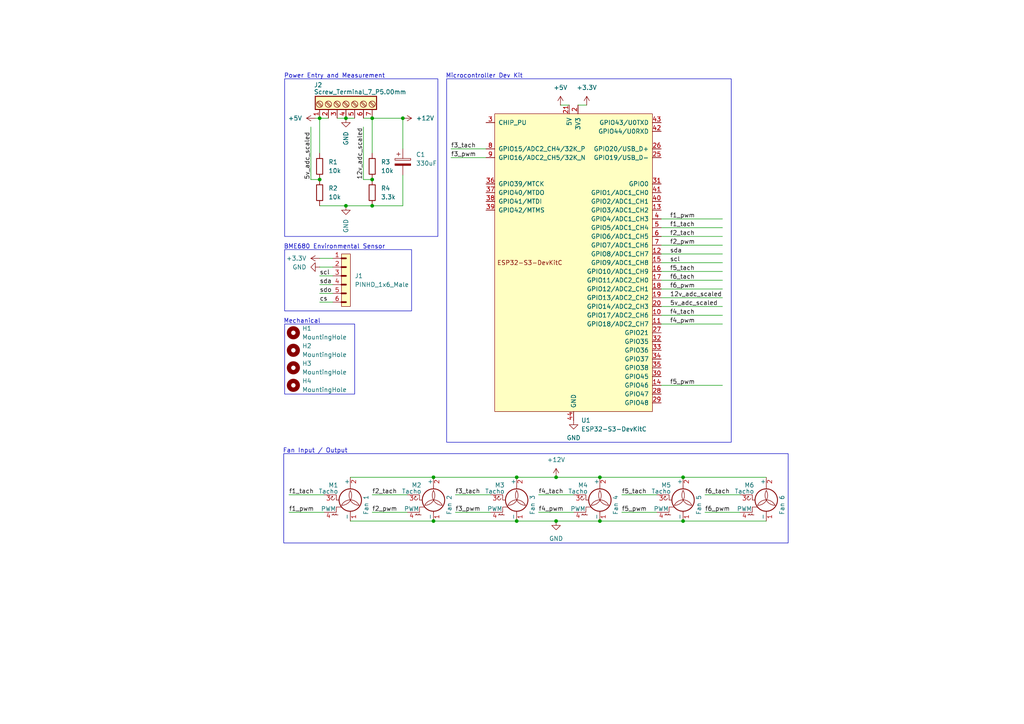
<source format=kicad_sch>
(kicad_sch (version 20231120) (generator "eeschema") (generator_version "8.0")
  (paper "A4")
  (lib_symbols
    (symbol "Device:C_Polarized" (pin_numbers hide) (pin_names (offset 0.254))
      (property "Reference" "C" (at 0.635 2.54 0))
      (property "Value" "C_Polarized" (at 0.635 -2.54 0))
      (symbol "C_Polarized_0_1"
        (rectangle (start -2.286 0.508) (end 2.286 1.016))
        (polyline (pts (xy -1.778 2.286) (xy -0.762 2.286)))
        (polyline (pts (xy -1.27 2.794) (xy -1.27 1.778)))
        (rectangle (start 2.286 -0.508) (end -2.286 -1.016) (fill (type outline)))
      )
      (symbol "C_Polarized_1_1"
        (pin passive line (at 0 3.81 270) (length 2.794) (name "~") (number "1"))
        (pin passive line (at 0 -3.81 90) (length 2.794) (name "~") (number "2"))
      )
    )
    (symbol "Mechanical:MountingHole" (pin_names (offset 1.016)) (exclude_from_sim yes) (in_bom no)
      (property "Reference" "H" (at 0 5.08 0))
      (property "Value" "MountingHole" (at 0 3.175 0))
      (symbol "MountingHole_0_1"
        (circle (center 0 0) (radius 1.27) (stroke (width 1.27)))
      )
    )
    (symbol "Motor:Fan_4pin" (pin_names (offset 0))
      (property "Reference" "M" (at 2.54 5.08 0))
      (property "Value" "Fan_4pin" (at 2.54 -2.54 0))
      (symbol "Fan_4pin_0_0"
        (arc (start -5.588 1.524) (mid -5.08 1.0182) (end -4.572 1.524))
        (arc (start -5.08 2.032) (mid -5.4392 1.8832) (end -5.588 1.524))
        (polyline (pts (xy -5.08 2.032) (xy -5.334 2.159)))
        (polyline (pts (xy -5.08 2.032) (xy -5.207 1.778)))
        (polyline (pts (xy -4.064 2.54) (xy -4.064 1.016) (xy -3.302 1.016)))
      )
      (symbol "Fan_4pin_0_1"
        (arc (start -2.54 -0.508) (mid 0.0028 0.9121) (end 0 3.81))
        (polyline (pts (xy -4.064 2.54) (xy -5.08 2.54)))
        (polyline (pts (xy 0 -5.08) (xy 0 -4.572)))
        (polyline (pts (xy 0 -2.2352) (xy 0 -2.6416)))
        (polyline (pts (xy 0 4.2672) (xy 0 4.6228)))
        (polyline (pts (xy 0 4.572) (xy 0 5.08)))
        (polyline (pts (xy -2.54 -1.016) (xy -4.064 -1.016) (xy -4.064 -2.54) (xy -5.08 -2.54)))
        (polyline (pts (xy -5.334 -3.302) (xy -5.08 -3.302) (xy -5.08 -3.048) (xy -4.826 -3.048) (xy -4.826 -3.302) (xy -4.318 -3.302) (xy -4.318 -3.048) (xy -4.064 -3.048) (xy -4.064 -3.302) (xy -3.556 -3.302)))
        (circle (center 0 1.016) (radius 3.2512) (stroke (width 0.254)))
        (arc (start 0 3.81) (mid 0.053 0.921) (end 2.54 -0.508))
        (arc (start 2.54 -0.508) (mid 0 1.0618) (end -2.54 -0.508))
      )
      (symbol "Fan_4pin_1_1"
        (pin passive line (at 0 -5.08 90) (length 2.54) (name "-") (number "1"))
        (pin passive line (at 0 7.62 270) (length 2.54) (name "+") (number "2"))
        (pin passive line (at -7.62 2.54 0) (length 2.54) (name "Tacho") (number "3"))
        (pin input line (at -7.62 -2.54 0) (length 2.54) (name "PWM") (number "4"))
      )
    )
    (symbol "PCM_Espressif:ESP32-S3-DevKitC" (pin_names (offset 1.016))
      (property "Reference" "U" (at -22.86 48.26 0))
      (property "Value" "ESP32-S3-DevKitC" (at -22.86 45.72 0))
      (symbol "ESP32-S3-DevKitC_0_0"
        (text "ESP32-S3-DevKitC" (at -12.7 0 0) (effects (font (size 1.27 1.27))))
        (pin bidirectional line (at 25.4 -35.56 180) (length 2.54) (name "GPIO46") (number "14"))
        (pin bidirectional line (at 25.4 -10.16 180) (length 2.54) (name "GPIO13/ADC2_CH2") (number "19"))
        (pin bidirectional line (at -25.4 15.24 0) (length 2.54) (name "GPIO42/MTMS") (number "39"))
        (pin bidirectional line (at 25.4 17.78 180) (length 2.54) (name "GPIO2/ADC1_CH1") (number "40"))
        (pin bidirectional line (at 25.4 20.32 180) (length 2.54) (name "GPIO1/ADC1_CH0") (number "41"))
        (pin bidirectional line (at 25.4 38.1 180) (length 2.54) (name "GPIO44/U0RXD") (number "42"))
        (pin bidirectional line (at 25.4 40.64 180) (length 2.54) (name "GPIO43/U0TXD") (number "43"))
        (pin power_in line (at 0 -45.72 90) (length 2.54) (name "GND") (number "44"))
      )
      (symbol "ESP32-S3-DevKitC_0_1"
        (rectangle (start -22.86 43.18) (end 22.86 -43.18) (fill (type background)))
        (pin power_in line (at 1.27 45.72 270) (length 2.54) (name "3V3") (number "2"))
      )
      (symbol "ESP32-S3-DevKitC_1_1"
        (pin passive line (at 1.27 45.72 270) (length 2.54) hide (name "3V3") (number "1"))
        (pin bidirectional line (at 25.4 -15.24 180) (length 2.54) (name "GPIO17/ADC2_CH6") (number "10"))
        (pin bidirectional line (at 25.4 -17.78 180) (length 2.54) (name "GPIO18/ADC2_CH7") (number "11"))
        (pin bidirectional line (at 25.4 2.54 180) (length 2.54) (name "GPIO8/ADC1_CH7") (number "12"))
        (pin bidirectional line (at 25.4 15.24 180) (length 2.54) (name "GPIO3/ADC1_CH2") (number "13"))
        (pin bidirectional line (at 25.4 0 180) (length 2.54) (name "GPIO9/ADC1_CH8") (number "15"))
        (pin bidirectional line (at 25.4 -2.54 180) (length 2.54) (name "GPIO10/ADC1_CH9") (number "16"))
        (pin bidirectional line (at 25.4 -5.08 180) (length 2.54) (name "GPIO11/ADC2_CH0") (number "17"))
        (pin bidirectional line (at 25.4 -7.62 180) (length 2.54) (name "GPIO12/ADC2_CH1") (number "18"))
        (pin bidirectional line (at 25.4 -12.7 180) (length 2.54) (name "GPIO14/ADC2_CH3") (number "20"))
        (pin power_in line (at -1.27 45.72 270) (length 2.54) (name "5V") (number "21"))
        (pin passive line (at 0 -45.72 90) (length 2.54) hide (name "GND") (number "22"))
        (pin passive line (at 0 -45.72 90) (length 2.54) hide (name "GND") (number "23"))
        (pin passive line (at 0 -45.72 90) (length 2.54) hide (name "GND") (number "24"))
        (pin bidirectional line (at 25.4 30.48 180) (length 2.54) (name "GPIO19/USB_D-") (number "25"))
        (pin bidirectional line (at 25.4 33.02 180) (length 2.54) (name "GPIO20/USB_D+") (number "26"))
        (pin bidirectional line (at 25.4 -20.32 180) (length 2.54) (name "GPIO21") (number "27"))
        (pin bidirectional line (at 25.4 -38.1 180) (length 2.54) (name "GPIO47") (number "28"))
        (pin bidirectional line (at 25.4 -40.64 180) (length 2.54) (name "GPIO48") (number "29"))
        (pin input line (at -25.4 40.64 0) (length 2.54) (name "CHIP_PU") (number "3"))
        (pin bidirectional line (at 25.4 -33.02 180) (length 2.54) (name "GPIO45") (number "30"))
        (pin bidirectional line (at 25.4 22.86 180) (length 2.54) (name "GPIO0") (number "31"))
        (pin bidirectional line (at 25.4 -22.86 180) (length 2.54) (name "GPIO35") (number "32"))
        (pin bidirectional line (at 25.4 -25.4 180) (length 2.54) (name "GPIO36") (number "33"))
        (pin bidirectional line (at 25.4 -27.94 180) (length 2.54) (name "GPIO37") (number "34"))
        (pin bidirectional line (at 25.4 -30.48 180) (length 2.54) (name "GPIO38") (number "35"))
        (pin bidirectional line (at -25.4 22.86 0) (length 2.54) (name "GPIO39/MTCK") (number "36"))
        (pin bidirectional line (at -25.4 20.32 0) (length 2.54) (name "GPIO40/MTDO") (number "37"))
        (pin bidirectional line (at -25.4 17.78 0) (length 2.54) (name "GPIO41/MTDI") (number "38"))
        (pin bidirectional line (at 25.4 12.7 180) (length 2.54) (name "GPIO4/ADC1_CH3") (number "4"))
        (pin bidirectional line (at 25.4 10.16 180) (length 2.54) (name "GPIO5/ADC1_CH4") (number "5"))
        (pin bidirectional line (at 25.4 7.62 180) (length 2.54) (name "GPIO6/ADC1_CH5") (number "6"))
        (pin bidirectional line (at 25.4 5.08 180) (length 2.54) (name "GPIO7/ADC1_CH6") (number "7"))
        (pin bidirectional line (at -25.4 33.02 0) (length 2.54) (name "GPIO15/ADC2_CH4/32K_P") (number "8"))
        (pin bidirectional line (at -25.4 30.48 0) (length 2.54) (name "GPIO16/ADC2_CH5/32K_N") (number "9"))
      )
    )
    (symbol "PCM_SL_Pin_Headers:PINHD_1x6_Male"
      (property "Reference" "J" (at 0 11.43 0))
      (property "Value" "PINHD_1x6_Male" (at 0 8.89 0))
      (symbol "PINHD_1x6_Male_0_1"
        (rectangle (start -1.27 7.62) (end 1.27 -7.62) (fill (type background)))
        (polyline (pts (xy -1.27 -6.35) (xy 0 -6.35)) (stroke (width 0.3)))
        (polyline (pts (xy -1.27 -6.35) (xy 0 -6.35)) (stroke (width 0.5)))
        (polyline (pts (xy -1.27 -3.81) (xy 0 -3.81)) (stroke (width 0.3)))
        (polyline (pts (xy -1.27 -3.81) (xy 0 -3.81)) (stroke (width 0.5)))
        (polyline (pts (xy -1.27 -1.27) (xy 0 -1.27)) (stroke (width 0.3)))
        (polyline (pts (xy -1.27 -1.27) (xy 0 -1.27)) (stroke (width 0.5)))
        (polyline (pts (xy -1.27 1.27) (xy 0 1.27)) (stroke (width 0.3)))
        (polyline (pts (xy -1.27 1.27) (xy 0 1.27)) (stroke (width 0.5)))
        (polyline (pts (xy -1.27 3.81) (xy 0 3.81)) (stroke (width 0.3)))
        (polyline (pts (xy -1.27 3.81) (xy 0 3.81)) (stroke (width 0.5)))
        (polyline (pts (xy -1.27 6.35) (xy 0 6.35)) (stroke (width 0.3)))
        (polyline (pts (xy -1.27 6.35) (xy 0 6.35)) (stroke (width 0.5)))
      )
      (symbol "PINHD_1x6_Male_1_1"
        (pin passive line (at -3.81 6.35 0) (length 2.54) (name "") (number "1"))
        (pin passive line (at -3.81 3.81 0) (length 2.54) (name "") (number "2"))
        (pin passive line (at -3.81 1.27 0) (length 2.54) (name "") (number "3"))
        (pin passive line (at -3.81 -1.27 0) (length 2.54) (name "") (number "4"))
        (pin passive line (at -3.81 -3.81 0) (length 2.54) (name "") (number "5"))
        (pin passive line (at -3.81 -6.35 0) (length 2.54) (name "") (number "6"))
      )
    )
    (symbol "PCM_SL_Resistors:Resistor"
      (property "Reference" "R" (at 0 5.08 0))
      (property "Value" "Resistor" (at 0 2.54 0))
      (symbol "Resistor_0_1"
        (rectangle (start -2.286 0.889) (end 2.286 -0.889) (stroke (width 0.24)))
      )
      (symbol "Resistor_1_1"
        (pin passive line (at -3.81 0 0) (length 1.5) (name "") (number "1"))
        (pin passive line (at 3.81 0 180) (length 1.5) (name "~") (number "2"))
      )
    )
    (symbol "PCM_SL_Screw_Terminal:Screw_Terminal_7_P5.00mm"
      (property "Reference" "J" (at 0 10.16 0))
      (property "Value" "Screw_Terminal_7_P5.00mm" (at 1.27 -10.16 0))
      (symbol "Screw_Terminal_7_P5.00mm_0_1"
        (rectangle (start -1.27 8.89) (end 2.54 -8.89) (stroke (width 0.3)) (fill (type background)))
        (polyline (pts (xy -0.254 -8.382) (xy 1.016 -7.112)))
        (polyline (pts (xy -0.254 -5.842) (xy 1.016 -4.572)))
        (polyline (pts (xy -0.254 -3.302) (xy 1.016 -2.032)))
        (polyline (pts (xy -0.254 -0.762) (xy 1.016 0.508)))
        (polyline (pts (xy -0.254 1.778) (xy 1.016 3.048)))
        (polyline (pts (xy -0.254 4.318) (xy 1.016 5.588)))
        (polyline (pts (xy -0.254 6.858) (xy 1.016 8.128)))
        (polyline (pts (xy 0 -7.62) (xy -0.508 -8.128) (xy 0.762 -6.858)))
        (polyline (pts (xy 0 -5.08) (xy -0.508 -5.588) (xy 0.762 -4.318)))
        (polyline (pts (xy 0 -2.54) (xy -0.508 -3.048) (xy 0.762 -1.778)))
        (polyline (pts (xy 0 0) (xy -0.508 -0.508) (xy 0.762 0.762)))
        (polyline (pts (xy 0 2.54) (xy -0.508 2.032) (xy 0.762 3.302)))
        (polyline (pts (xy 0 5.08) (xy -0.508 4.572) (xy 0.762 5.842)))
        (polyline (pts (xy 0 7.62) (xy -0.508 7.112) (xy 0.762 8.382)))
        (circle (center 0.254 -7.62) (radius 0.9158))
        (circle (center 0.254 -5.08) (radius 0.9158))
        (circle (center 0.254 -2.54) (radius 0.9158))
        (circle (center 0.254 0) (radius 0.9158))
        (circle (center 0.254 2.54) (radius 0.9158))
        (circle (center 0.254 5.08) (radius 0.9158))
        (circle (center 0.254 7.62) (radius 0.9158))
      )
      (symbol "Screw_Terminal_7_P5.00mm_1_1"
        (pin passive line (at -3.81 7.62 0) (length 2.54) (name "") (number "1"))
        (pin passive line (at -3.81 5.08 0) (length 2.54) (name "") (number "2"))
        (pin passive line (at -3.81 2.54 0) (length 2.54) (name "") (number "3"))
        (pin passive line (at -3.81 0 0) (length 2.54) (name "") (number "4"))
        (pin passive line (at -3.81 -2.54 0) (length 2.54) (name "") (number "5"))
        (pin passive line (at -3.81 -5.08 0) (length 2.54) (name "") (number "6"))
        (pin passive line (at -3.81 -7.62 0) (length 2.54) (name "") (number "7"))
      )
    )
    (symbol "power:+12V" (power) (pin_numbers hide) (pin_names (offset 0) hide)
      (property "Value" "+12V" (at 0 3.556 0))
      (symbol "+12V_0_1"
        (polyline (pts (xy -0.762 1.27) (xy 0 2.54)))
        (polyline (pts (xy 0 0) (xy 0 2.54)))
        (polyline (pts (xy 0 2.54) (xy 0.762 1.27)))
      )
      (symbol "+12V_1_1"
        (pin power_in line (at 0 0 90) (length 0) (name "~") (number "1"))
      )
    )
    (symbol "power:+3.3V" (power) (pin_numbers hide) (pin_names (offset 0) hide)
      (property "Value" "+3.3V" (at 0 3.556 0))
      (symbol "+3.3V_0_1"
        (polyline (pts (xy -0.762 1.27) (xy 0 2.54)))
        (polyline (pts (xy 0 0) (xy 0 2.54)))
        (polyline (pts (xy 0 2.54) (xy 0.762 1.27)))
      )
      (symbol "+3.3V_1_1"
        (pin power_in line (at 0 0 90) (length 0) (name "~") (number "1"))
      )
    )
    (symbol "power:+5V" (power) (pin_numbers hide) (pin_names (offset 0) hide)
      (property "Value" "+5V" (at 0 3.556 0))
      (symbol "+5V_0_1"
        (polyline (pts (xy -0.762 1.27) (xy 0 2.54)))
        (polyline (pts (xy 0 0) (xy 0 2.54)))
        (polyline (pts (xy 0 2.54) (xy 0.762 1.27)))
      )
      (symbol "+5V_1_1"
        (pin power_in line (at 0 0 90) (length 0) (name "~") (number "1"))
      )
    )
    (symbol "power:GND" (power) (pin_numbers hide) (pin_names (offset 0) hide)
      (property "Value" "GND" (at 0 -3.81 0))
      (symbol "GND_0_1"
        (polyline (pts (xy 0 0) (xy 0 -1.27) (xy 1.27 -1.27) (xy 0 -2.54) (xy -1.27 -1.27) (xy 0 -1.27)))
      )
      (symbol "GND_1_1"
        (pin power_in line (at 0 0 270) (length 0) (name "~") (number "1"))
      )
    )
  )
  (junction (at 92.71 34.29))
  (junction (at 92.71 52.07))
  (junction (at 198.12 151.13))
  (junction (at 116.84 34.29))
  (junction (at 125.73 151.13))
  (junction (at 107.95 34.29))
  (junction (at 100.33 59.69))
  (junction (at 125.73 138.43))
  (junction (at 100.33 34.29))
  (junction (at 149.86 151.13))
  (junction (at 161.29 151.13))
  (junction (at 198.12 138.43))
  (junction (at 107.95 52.07))
  (junction (at 173.99 151.13))
  (junction (at 161.29 138.43))
  (junction (at 149.86 138.43))
  (junction (at 173.99 138.43))
  (junction (at 107.95 59.69))
  (wire (pts (xy 161.29 151.13) (xy 173.99 151.13)))
  (wire (pts (xy 107.95 59.69) (xy 116.84 59.69)))
  (wire (pts (xy 107.95 148.59) (xy 118.11 148.59)))
  (wire (pts (xy 125.73 138.43) (xy 149.86 138.43)))
  (wire (pts (xy 191.77 71.12) (xy 209.55 71.12)))
  (wire (pts (xy 191.77 66.04) (xy 209.55 66.04)))
  (wire (pts (xy 90.17 36.83) (xy 90.17 52.07)))
  (wire (pts (xy 173.99 138.43) (xy 198.12 138.43)))
  (wire (pts (xy 92.71 34.29) (xy 92.71 44.45)))
  (wire (pts (xy 132.08 143.51) (xy 142.24 143.51)))
  (wire (pts (xy 100.33 34.29) (xy 102.87 34.29)))
  (wire (pts (xy 116.84 34.29) (xy 116.84 43.18)))
  (wire (pts (xy 191.77 91.44) (xy 209.55 91.44)))
  (wire (pts (xy 92.71 87.63) (xy 96.52 87.63)))
  (wire (pts (xy 105.41 36.83) (xy 105.41 52.07)))
  (wire (pts (xy 83.82 143.51) (xy 93.98 143.51)))
  (wire (pts (xy 198.12 151.13) (xy 222.25 151.13)))
  (wire (pts (xy 92.71 74.93) (xy 96.52 74.93)))
  (wire (pts (xy 107.95 34.29) (xy 107.95 44.45)))
  (wire (pts (xy 149.86 151.13) (xy 161.29 151.13)))
  (wire (pts (xy 105.41 34.29) (xy 107.95 34.29)))
  (wire (pts (xy 180.34 143.51) (xy 190.5 143.51)))
  (wire (pts (xy 92.71 34.29) (xy 95.25 34.29)))
  (wire (pts (xy 116.84 34.29) (xy 107.95 34.29)))
  (wire (pts (xy 191.77 63.5) (xy 209.55 63.5)))
  (wire (pts (xy 97.79 34.29) (xy 100.33 34.29)))
  (wire (pts (xy 180.34 148.59) (xy 190.5 148.59)))
  (wire (pts (xy 156.21 143.51) (xy 166.37 143.51)))
  (wire (pts (xy 92.71 85.09) (xy 96.52 85.09)))
  (wire (pts (xy 83.82 148.59) (xy 93.98 148.59)))
  (wire (pts (xy 92.71 80.01) (xy 96.52 80.01)))
  (wire (pts (xy 125.73 151.13) (xy 149.86 151.13)))
  (wire (pts (xy 191.77 81.28) (xy 209.55 81.28)))
  (wire (pts (xy 191.77 111.76) (xy 209.55 111.76)))
  (wire (pts (xy 204.47 143.51) (xy 214.63 143.51)))
  (wire (pts (xy 92.71 59.69) (xy 100.33 59.69)))
  (wire (pts (xy 156.21 148.59) (xy 166.37 148.59)))
  (wire (pts (xy 92.71 77.47) (xy 96.52 77.47)))
  (wire (pts (xy 191.77 73.66) (xy 209.55 73.66)))
  (wire (pts (xy 101.6 138.43) (xy 125.73 138.43)))
  (wire (pts (xy 132.08 148.59) (xy 142.24 148.59)))
  (wire (pts (xy 191.77 76.2) (xy 209.55 76.2)))
  (wire (pts (xy 90.17 52.07) (xy 92.71 52.07)))
  (wire (pts (xy 162.56 30.48) (xy 165.1 30.48)))
  (wire (pts (xy 191.77 88.9) (xy 209.55 88.9)))
  (wire (pts (xy 161.29 138.43) (xy 173.99 138.43)))
  (wire (pts (xy 100.33 59.69) (xy 107.95 59.69)))
  (wire (pts (xy 191.77 78.74) (xy 209.55 78.74)))
  (wire (pts (xy 92.71 82.55) (xy 96.52 82.55)))
  (wire (pts (xy 167.64 30.48) (xy 170.18 30.48)))
  (wire (pts (xy 204.47 148.59) (xy 214.63 148.59)))
  (wire (pts (xy 191.77 83.82) (xy 209.55 83.82)))
  (wire (pts (xy 130.81 43.18) (xy 140.97 43.18)))
  (wire (pts (xy 173.99 151.13) (xy 198.12 151.13)))
  (wire (pts (xy 107.95 143.51) (xy 118.11 143.51)))
  (wire (pts (xy 191.77 93.98) (xy 209.55 93.98)))
  (wire (pts (xy 105.41 52.07) (xy 107.95 52.07)))
  (wire (pts (xy 191.77 68.58) (xy 209.55 68.58)))
  (wire (pts (xy 198.12 138.43) (xy 222.25 138.43)))
  (wire (pts (xy 91.44 34.29) (xy 92.71 34.29)))
  (wire (pts (xy 149.86 138.43) (xy 161.29 138.43)))
  (wire (pts (xy 116.84 59.69) (xy 116.84 50.8)))
  (wire (pts (xy 191.77 86.36) (xy 209.55 86.36)))
  (wire (pts (xy 101.6 151.13) (xy 125.73 151.13)))
  (wire (pts (xy 130.81 45.72) (xy 140.97 45.72)))
  (rectangle (start 82.55 93.98) (end 102.87 114.3))
  (rectangle (start 82.55 72.39) (end 119.38 90.17))
  (rectangle (start 129.54 22.86) (end 212.09 128.27))
  (rectangle (start 82.296 131.572) (end 228.6 157.48))
  (rectangle (start 82.55 22.86) (end 127 68.58))
  (text "Microcontroller Dev Kit" (at 140.462 22.098 0) (effects (font (size 1.27 1.27))))
  (text "BME680 Environmental Sensor" (at 97.028 71.628 0) (effects (font (size 1.27 1.27))))
  (text "Power Entry and Measurement" (at 97.028 22.098 0) (effects (font (size 1.27 1.27))))
  (text "Fan Input / Output" (at 91.44 130.81 0) (effects (font (size 1.27 1.27))))
  (text "Mechanical" (at 87.63 93.218 0) (effects (font (size 1.27 1.27))))
  (label "f3_tach" (at 130.81 43.18 0))
  (label "f3_tach" (at 132.08 143.51 0))
  (label "sdo" (at 92.71 85.09 0))
  (label "f3_pwm" (at 132.08 148.59 0))
  (label "5v_adc_scaled" (at 194.31 88.9 0))
  (label "cs" (at 92.71 87.63 0))
  (label "f1_tach" (at 83.82 143.51 0))
  (label "f3_pwm" (at 130.81 45.72 0))
  (label "f2_pwm" (at 107.95 148.59 0))
  (label "f6_tach" (at 204.47 143.51 0))
  (label "scl" (at 92.71 80.01 0))
  (label "f2_tach" (at 194.31 68.58 0))
  (label "f5_pwm" (at 194.31 111.76 0))
  (label "12v_adc_scaled" (at 105.41 52.07 90))
  (label "5v_adc_scaled" (at 90.17 52.07 90))
  (label "f6_pwm" (at 204.47 148.59 0))
  (label "sda" (at 194.31 73.66 0))
  (label "sda" (at 92.71 82.55 0))
  (label "f5_tach" (at 194.31 78.74 0))
  (label "f1_pwm" (at 83.82 148.59 0))
  (label "f4_pwm" (at 194.31 93.98 0))
  (label "f4_tach" (at 156.21 143.51 0))
  (label "f4_pwm" (at 156.21 148.59 0))
  (label "f5_pwm" (at 180.34 148.59 0))
  (label "f5_tach" (at 180.34 143.51 0))
  (label "scl" (at 194.31 76.2 0))
  (label "f1_pwm" (at 194.31 63.5 0))
  (label "f4_tach" (at 194.31 91.44 0))
  (label "f6_pwm" (at 194.31 83.82 0))
  (label "f6_tach" (at 194.31 81.28 0))
  (label "f2_pwm" (at 194.31 71.12 0))
  (label "f1_tach" (at 194.31 66.04 0))
  (label "12v_adc_scaled" (at 194.31 86.36 0))
  (label "f2_tach" (at 107.95 143.51 0))
  (symbol (lib_id "Motor:Fan_4pin") (at 149.86 146.05 0) (unit 1)
    (property "Reference" "M3" (at 143.51 140.716 0) (effects (justify left)))
    (property "Value" "Fan 3" (at 154.432 149.352 90) (effects (justify left)))
    (property "Footprint" "Connector:FanPinHeader_1x04_P2.54mm_Vertical" (effects (hide yes)))
    (property "Datasheet" "http://www.formfactors.org/developer%5Cspecs%5Crev1_2_public.pdf" (effects (hide yes)))
    (property "Description" "Fan, tacho output, PWM input, 4-pin connector" (effects (hide yes)))
  )
  (symbol (lib_id "PCM_SL_Resistors:Resistor") (at 92.71 48.26 90) (unit 1)
    (property "Reference" "R1" (at 95.25 46.9899 90) (effects (justify right)))
    (property "Value" "10k" (at 95.25 49.5299 90) (effects (justify right)))
    (property "Footprint" "Resistor_THT:R_Axial_DIN0207_L6.3mm_D2.5mm_P10.16mm_Horizontal" (effects (hide yes)))
    (property "Description" "1/4W Resistor" (effects (hide yes)))
  )
  (symbol (lib_id "Device:C_Polarized") (at 116.84 46.99 0) (unit 1)
    (property "Reference" "C1" (at 120.65 44.8309 0) (effects (justify left)))
    (property "Value" "330uF" (at 120.65 47.3709 0) (effects (justify left)))
    (property "Footprint" "PCM_Capacitor_THT_AKL:CP_Radial_D13.0mm_P5.00mm" (effects (hide yes)))
    (property "Description" "Polarized capacitor" (effects (hide yes)))
  )
  (symbol (lib_id "Mechanical:MountingHole") (at 85.09 101.6 0) (unit 1) (exclude_from_sim yes) (in_bom no)
    (property "Reference" "H2" (at 87.63 100.3299 0) (effects (justify left)))
    (property "Value" "MountingHole" (at 87.63 102.8699 0) (effects (justify left)))
    (property "Footprint" "MountingHole:MountingHole_3mm" (effects (hide yes)))
    (property "Description" "Mounting Hole without connection" (effects (hide yes)))
  )
  (symbol (lib_id "Mechanical:MountingHole") (at 85.09 111.76 0) (unit 1) (exclude_from_sim yes) (in_bom no)
    (property "Reference" "H4" (at 87.63 110.4899 0) (effects (justify left)))
    (property "Value" "MountingHole" (at 87.63 113.0299 0) (effects (justify left)))
    (property "Footprint" "MountingHole:MountingHole_3mm" (effects (hide yes)))
    (property "Description" "Mounting Hole without connection" (effects (hide yes)))
  )
  (symbol (lib_id "power:+12V") (at 116.84 34.29 270) (unit 1)
    (property "Reference" "#PWR03" (effects (hide yes)))
    (property "Value" "+12V" (at 120.65 34.2899 90) (effects (justify left)))
    (property "Description" "Power symbol creates a global label with name \"+12V\"" (effects (hide yes)))
  )
  (symbol (lib_id "power:+12V") (at 161.29 138.43 0) (unit 1)
    (property "Reference" "#PWR011" (effects (hide yes)))
    (property "Value" "+12V" (at 161.29 133.35 0))
    (property "Description" "Power symbol creates a global label with name \"+12V\"" (effects (hide yes)))
  )
  (symbol (lib_id "Mechanical:MountingHole") (at 85.09 96.52 0) (unit 1) (exclude_from_sim yes) (in_bom no)
    (property "Reference" "H1" (at 87.63 95.2499 0) (effects (justify left)))
    (property "Value" "MountingHole" (at 87.63 97.7899 0) (effects (justify left)))
    (property "Footprint" "MountingHole:MountingHole_3mm" (effects (hide yes)))
    (property "Description" "Mounting Hole without connection" (effects (hide yes)))
  )
  (symbol (lib_id "power:+3.3V") (at 170.18 30.48 0) (unit 1)
    (property "Reference" "#PWR07" (effects (hide yes)))
    (property "Value" "+3.3V" (at 170.18 25.4 0))
    (property "Description" "Power symbol creates a global label with name \"+3.3V\"" (effects (hide yes)))
  )
  (symbol (lib_id "power:GND") (at 161.29 151.13 0) (unit 1)
    (property "Reference" "#PWR010" (effects (hide yes)))
    (property "Value" "GND" (at 161.29 156.21 0))
    (property "Description" "Power symbol creates a global label with name \"GND\" , ground" (effects (hide yes)))
  )
  (symbol (lib_id "power:+5V") (at 91.44 34.29 90) (unit 1)
    (property "Reference" "#PWR02" (effects (hide yes)))
    (property "Value" "+5V" (at 87.63 34.2899 90) (effects (justify left)))
    (property "Description" "Power symbol creates a global label with name \"+5V\"" (effects (hide yes)))
  )
  (symbol (lib_id "Motor:Fan_4pin") (at 222.25 146.05 0) (unit 1)
    (property "Reference" "M6" (at 215.9 140.716 0) (effects (justify left)))
    (property "Value" "Fan 6" (at 226.822 149.352 90) (effects (justify left)))
    (property "Footprint" "Connector:FanPinHeader_1x04_P2.54mm_Vertical" (effects (hide yes)))
    (property "Datasheet" "http://www.formfactors.org/developer%5Cspecs%5Crev1_2_public.pdf" (effects (hide yes)))
    (property "Description" "Fan, tacho output, PWM input, 4-pin connector" (effects (hide yes)))
  )
  (symbol (lib_id "power:+5V") (at 162.56 30.48 0) (unit 1)
    (property "Reference" "#PWR04" (effects (hide yes)))
    (property "Value" "+5V" (at 162.56 25.4 0))
    (property "Description" "Power symbol creates a global label with name \"+5V\"" (effects (hide yes)))
  )
  (symbol (lib_id "Motor:Fan_4pin") (at 173.99 146.05 0) (unit 1)
    (property "Reference" "M4" (at 167.64 140.716 0) (effects (justify left)))
    (property "Value" "Fan 4" (at 178.562 149.352 90) (effects (justify left)))
    (property "Footprint" "Connector:FanPinHeader_1x04_P2.54mm_Vertical" (effects (hide yes)))
    (property "Datasheet" "http://www.formfactors.org/developer%5Cspecs%5Crev1_2_public.pdf" (effects (hide yes)))
    (property "Description" "Fan, tacho output, PWM input, 4-pin connector" (effects (hide yes)))
  )
  (symbol (lib_id "power:+3.3V") (at 92.71 74.93 90) (unit 1)
    (property "Reference" "#PWR09" (effects (hide yes)))
    (property "Value" "+3.3V" (at 88.9 74.9299 90) (effects (justify left)))
    (property "Description" "Power symbol creates a global label with name \"+3.3V\"" (effects (hide yes)))
  )
  (symbol (lib_id "Motor:Fan_4pin") (at 198.12 146.05 0) (unit 1)
    (property "Reference" "M5" (at 191.77 140.716 0) (effects (justify left)))
    (property "Value" "Fan 5" (at 202.692 149.352 90) (effects (justify left)))
    (property "Footprint" "Connector:FanPinHeader_1x04_P2.54mm_Vertical" (effects (hide yes)))
    (property "Datasheet" "http://www.formfactors.org/developer%5Cspecs%5Crev1_2_public.pdf" (effects (hide yes)))
    (property "Description" "Fan, tacho output, PWM input, 4-pin connector" (effects (hide yes)))
  )
  (symbol (lib_id "Motor:Fan_4pin") (at 101.6 146.05 0) (unit 1)
    (property "Reference" "M1" (at 95.25 140.716 0) (effects (justify left)))
    (property "Value" "Fan 1" (at 106.172 149.352 90) (effects (justify left)))
    (property "Footprint" "Connector:FanPinHeader_1x04_P2.54mm_Vertical" (effects (hide yes)))
    (property "Datasheet" "http://www.formfactors.org/developer%5Cspecs%5Crev1_2_public.pdf" (effects (hide yes)))
    (property "Description" "Fan, tacho output, PWM input, 4-pin connector" (effects (hide yes)))
  )
  (symbol (lib_id "Mechanical:MountingHole") (at 85.09 106.68 0) (unit 1) (exclude_from_sim yes) (in_bom no)
    (property "Reference" "H3" (at 87.63 105.4099 0) (effects (justify left)))
    (property "Value" "MountingHole" (at 87.63 107.9499 0) (effects (justify left)))
    (property "Footprint" "MountingHole:MountingHole_3mm" (effects (hide yes)))
    (property "Description" "Mounting Hole without connection" (effects (hide yes)))
  )
  (symbol (lib_id "PCM_SL_Screw_Terminal:Screw_Terminal_7_P5.00mm") (at 100.33 30.48 90) (unit 1)
    (property "Reference" "J2" (at 93.472 24.638 90) (effects (justify left)))
    (property "Value" "Screw_Terminal_7_P5.00mm" (at 117.856 26.67 90) (effects (justify left)))
    (property "Footprint" "TerminalBlock_Phoenix:TerminalBlock_Phoenix_PT-1,5-7-5.0-H_1x07_P5.00mm_Horizontal" (effects (hide yes)))
  )
  (symbol (lib_id "power:GND") (at 100.33 34.29 0) (unit 1)
    (property "Reference" "#PWR01" (effects (hide yes)))
    (property "Value" "GND" (at 100.3299 38.1 90) (effects (justify right)))
    (property "Description" "Power symbol creates a global label with name \"GND\" , ground" (effects (hide yes)))
  )
  (symbol (lib_id "PCM_SL_Resistors:Resistor") (at 107.95 55.88 90) (unit 1)
    (property "Reference" "R4" (at 110.49 54.6099 90) (effects (justify right)))
    (property "Value" "3.3k" (at 110.49 57.1499 90) (effects (justify right)))
    (property "Footprint" "Resistor_THT:R_Axial_DIN0207_L6.3mm_D2.5mm_P10.16mm_Horizontal" (effects (hide yes)))
    (property "Description" "1/4W Resistor" (effects (hide yes)))
  )
  (symbol (lib_id "PCM_SL_Pin_Headers:PINHD_1x6_Male") (at 100.33 81.28 0) (unit 1)
    (property "Reference" "J1" (at 102.87 80.0099 0) (effects (justify left)))
    (property "Value" "PINHD_1x6_Male" (at 102.87 82.5499 0) (effects (justify left)))
    (property "Footprint" "Connector_PinHeader_2.54mm:PinHeader_1x06_P2.54mm_Vertical" (effects (hide yes)))
    (property "Description" "Pin Header male with pin space 2.54mm. Pin Count -6" (effects (hide yes)))
  )
  (symbol (lib_id "PCM_SL_Resistors:Resistor") (at 107.95 48.26 90) (unit 1)
    (property "Reference" "R3" (at 110.49 46.9899 90) (effects (justify right)))
    (property "Value" "10k" (at 110.49 49.5299 90) (effects (justify right)))
    (property "Footprint" "Resistor_THT:R_Axial_DIN0207_L6.3mm_D2.5mm_P10.16mm_Horizontal" (effects (hide yes)))
    (property "Description" "1/4W Resistor" (effects (hide yes)))
  )
  (symbol (lib_id "power:GND") (at 92.71 77.47 270) (unit 1)
    (property "Reference" "#PWR08" (effects (hide yes)))
    (property "Value" "GND" (at 88.9 77.4699 90) (effects (justify right)))
    (property "Description" "Power symbol creates a global label with name \"GND\" , ground" (effects (hide yes)))
  )
  (symbol (lib_id "PCM_SL_Resistors:Resistor") (at 92.71 55.88 90) (unit 1)
    (property "Reference" "R2" (at 95.25 54.6099 90) (effects (justify right)))
    (property "Value" "10k" (at 95.25 57.1499 90) (effects (justify right)))
    (property "Footprint" "Resistor_THT:R_Axial_DIN0207_L6.3mm_D2.5mm_P10.16mm_Horizontal" (effects (hide yes)))
    (property "Description" "1/4W Resistor" (effects (hide yes)))
  )
  (symbol (lib_id "PCM_Espressif:ESP32-S3-DevKitC") (at 166.37 76.2 0) (unit 1)
    (property "Reference" "U1" (at 168.5641 121.92 0) (effects (justify left)))
    (property "Value" "ESP32-S3-DevKitC" (at 168.5641 124.46 0) (effects (justify left)))
    (property "Footprint" "PCM_Espressif:ESP32-S3-DevKitC" (effects (hide yes)))
    (property "Description" "ESP32-S3-DevKitC" (effects (hide yes)))
  )
  (symbol (lib_id "power:GND") (at 166.37 121.92 0) (unit 1)
    (property "Reference" "#PWR05" (effects (hide yes)))
    (property "Value" "GND" (at 166.37 127 0))
    (property "Description" "Power symbol creates a global label with name \"GND\" , ground" (effects (hide yes)))
  )
  (symbol (lib_id "power:GND") (at 100.33 59.69 0) (unit 1)
    (property "Reference" "#PWR06" (effects (hide yes)))
    (property "Value" "GND" (at 100.3299 63.5 90) (effects (justify right)))
    (property "Description" "Power symbol creates a global label with name \"GND\" , ground" (effects (hide yes)))
  )
  (symbol (lib_id "Motor:Fan_4pin") (at 125.73 146.05 0) (unit 1)
    (property "Reference" "M2" (at 119.38 140.716 0) (effects (justify left)))
    (property "Value" "Fan 2" (at 130.302 149.352 90) (effects (justify left)))
    (property "Footprint" "Connector:FanPinHeader_1x04_P2.54mm_Vertical" (effects (hide yes)))
    (property "Datasheet" "http://www.formfactors.org/developer%5Cspecs%5Crev1_2_public.pdf" (effects (hide yes)))
    (property "Description" "Fan, tacho output, PWM input, 4-pin connector" (effects (hide yes)))
  )
)
</source>
